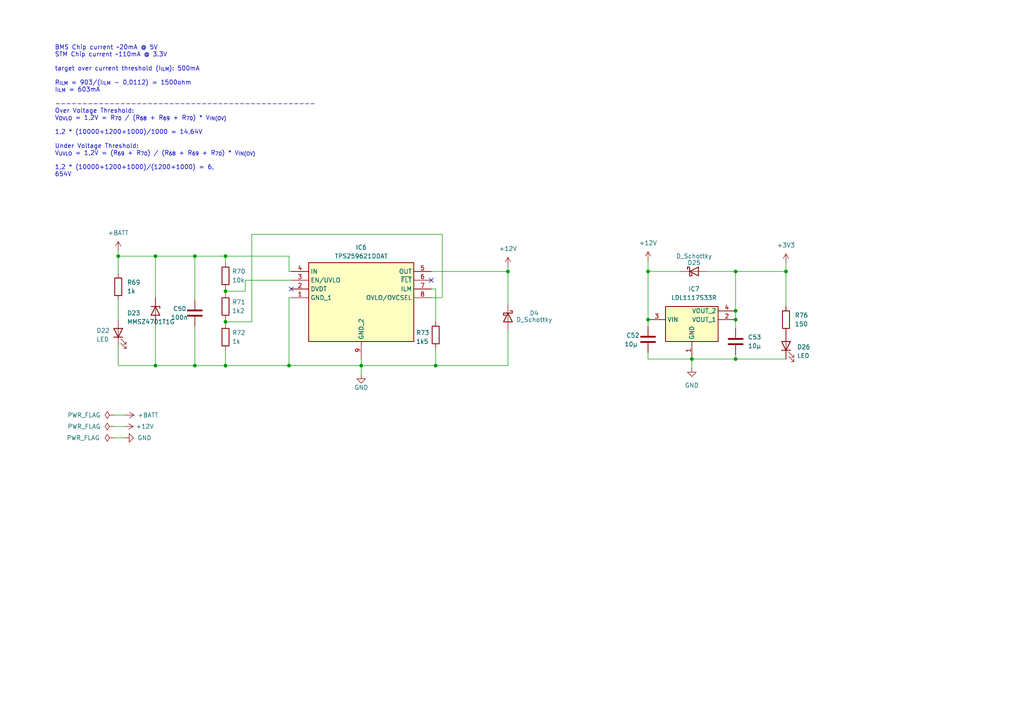
<source format=kicad_sch>
(kicad_sch (version 20231120) (generator "eeschema") (generator_version "8.0")
  (paper "A4")
  (lib_symbols
    (symbol "Device:C" (pin_numbers hide) (pin_names (offset 0.254))
      (property "Reference" "C" (at 0.635 2.54 0))
      (property "Value" "C" (at 0.635 -2.54 0))
      (symbol "C_0_1"
        (polyline (pts (xy -2.032 -0.762) (xy 2.032 -0.762)) (stroke (width 0.508)))
        (polyline (pts (xy -2.032 0.762) (xy 2.032 0.762)) (stroke (width 0.508)))
      )
      (symbol "C_1_1"
        (pin passive line (at 0 3.81 270) (length 2.794) (name "~") (number "1"))
        (pin passive line (at 0 -3.81 90) (length 2.794) (name "~") (number "2"))
      )
    )
    (symbol "Device:D_Schottky" (pin_numbers hide) (pin_names (offset 1.016) hide)
      (property "Reference" "D" (at 0 2.54 0))
      (property "Value" "D_Schottky" (at 0 -2.54 0))
      (symbol "D_Schottky_0_1"
        (polyline (pts (xy 1.27 0) (xy -1.27 0)))
        (polyline (pts (xy 1.27 1.27) (xy 1.27 -1.27) (xy -1.27 0) (xy 1.27 1.27)) (stroke (width 0.254)))
        (polyline (pts (xy -1.905 0.635) (xy -1.905 1.27) (xy -1.27 1.27) (xy -1.27 -1.27) (xy -0.635 -1.27) (xy -0.635 -0.635)) (stroke (width 0.254)))
      )
      (symbol "D_Schottky_1_1"
        (pin passive line (at -3.81 0 0) (length 2.54) (name "K") (number "1"))
        (pin passive line (at 3.81 0 180) (length 2.54) (name "A") (number "2"))
      )
    )
    (symbol "Device:D_Zener" (pin_numbers hide) (pin_names (offset 1.016) hide)
      (property "Reference" "D" (at 0 2.54 0))
      (property "Value" "D_Zener" (at 0 -2.54 0))
      (symbol "D_Zener_0_1"
        (polyline (pts (xy 1.27 0) (xy -1.27 0)))
        (polyline (pts (xy -1.27 -1.27) (xy -1.27 1.27) (xy -0.762 1.27)) (stroke (width 0.254)))
        (polyline (pts (xy 1.27 -1.27) (xy 1.27 1.27) (xy -1.27 0) (xy 1.27 -1.27)) (stroke (width 0.254)))
      )
      (symbol "D_Zener_1_1"
        (pin passive line (at -3.81 0 0) (length 2.54) (name "K") (number "1"))
        (pin passive line (at 3.81 0 180) (length 2.54) (name "A") (number "2"))
      )
    )
    (symbol "Device:R" (pin_numbers hide) (pin_names (offset 0))
      (property "Reference" "R" (at 2.032 0 90))
      (property "Value" "R" (at 0 0 90))
      (symbol "R_0_1"
        (rectangle (start -1.016 -2.54) (end 1.016 2.54) (stroke (width 0.254)))
      )
      (symbol "R_1_1"
        (pin passive line (at 0 3.81 270) (length 1.27) (name "~") (number "1"))
        (pin passive line (at 0 -3.81 90) (length 1.27) (name "~") (number "2"))
      )
    )
    (symbol "FaSTTUBe_LEDs:0603_red" (pin_numbers hide) (pin_names (offset 1.016) hide)
      (property "Reference" "D" (at 0 2.54 0))
      (property "Value" "0603_red" (at 0 -3.81 0))
      (symbol "0603_red_0_1"
        (polyline (pts (xy -1.27 -1.27) (xy -1.27 1.27)) (stroke (width 0.254)))
        (polyline (pts (xy -1.27 0) (xy 1.27 0)))
        (polyline (pts (xy 1.27 -1.27) (xy 1.27 1.27) (xy -1.27 0) (xy 1.27 -1.27)) (stroke (width 0.254)))
        (polyline (pts (xy -3.048 -0.762) (xy -4.572 -2.286) (xy -3.81 -2.286) (xy -4.572 -2.286) (xy -4.572 -1.524)))
        (polyline (pts (xy -1.778 -0.762) (xy -3.302 -2.286) (xy -2.54 -2.286) (xy -3.302 -2.286) (xy -3.302 -1.524)))
      )
      (symbol "0603_red_1_1"
        (pin passive line (at -3.81 0 0) (length 2.54) (name "K") (number "1"))
        (pin passive line (at 3.81 0 180) (length 2.54) (name "A") (number "2"))
      )
    )
    (symbol "LDO:LDL1117S33R"
      (property "Reference" "IC7" (at 13.335 7.62 0))
      (property "Value" "LDL1117S33R" (at 13.335 5.08 0))
      (symbol "LDL1117S33R_1_1"
        (rectangle (start 5.08 2.54) (end 20.32 -7.62) (stroke (width 0.254)) (fill (type background)))
        (pin power_in line (at 12.7 -12.7 90) (length 5.08) (name "GND") (number "1"))
        (pin power_out line (at 25.4 -1.27 180) (length 5.08) (name "VOUT_1") (number "2"))
        (pin input line (at 0 -1.27 0) (length 5.08) (name "VIN") (number "3"))
        (pin passive line (at 25.4 1.27 180) (length 5.08) (name "VOUT_2") (number "4"))
      )
    )
    (symbol "TPS259621DDAT:TPS259621DDAT"
      (property "Reference" "IC5" (at 20.32 6.985 0))
      (property "Value" "TPS259621DDAT" (at 20.32 4.445 0))
      (symbol "TPS259621DDAT_1_1"
        (rectangle (start 5.08 2.54) (end 35.56 -20.32) (stroke (width 0.254)) (fill (type background)))
        (pin passive line (at 0 -7.62 0) (length 5.08) (name "GND_1") (number "1"))
        (pin passive line (at 0 -5.08 0) (length 5.08) (name "DVDT") (number "2"))
        (pin passive line (at 0 -2.54 0) (length 5.08) (name "EN/UVLO") (number "3"))
        (pin passive line (at 0 0 0) (length 5.08) (name "IN") (number "4"))
        (pin passive line (at 40.64 0 180) (length 5.08) (name "OUT") (number "5"))
        (pin passive line (at 40.64 -2.54 180) (length 5.08) (name "~{FLT}") (number "6"))
        (pin passive line (at 40.64 -5.08 180) (length 5.08) (name "ILM") (number "7"))
        (pin passive line (at 40.64 -7.62 180) (length 5.08) (name "OVLO/OVCSEL") (number "8"))
        (pin passive line (at 20.32 -25.4 90) (length 5.08) (name "GND_2") (number "9"))
      )
    )
    (symbol "power:+12V" (power) (pin_names (offset 0))
      (property "Value" "+12V" (at 0 3.556 0))
      (symbol "+12V_0_1"
        (polyline (pts (xy -0.762 1.27) (xy 0 2.54)))
        (polyline (pts (xy 0 0) (xy 0 2.54)))
        (polyline (pts (xy 0 2.54) (xy 0.762 1.27)))
      )
      (symbol "+12V_1_1"
        (pin power_in line (at 0 0 90) (length 0) hide (name "+12V") (number "1"))
      )
    )
    (symbol "power:+3V3" (power) (pin_names (offset 0))
      (property "Value" "+3V3" (at 0 3.556 0))
      (symbol "+3V3_0_1"
        (polyline (pts (xy -0.762 1.27) (xy 0 2.54)))
        (polyline (pts (xy 0 0) (xy 0 2.54)))
        (polyline (pts (xy 0 2.54) (xy 0.762 1.27)))
      )
      (symbol "+3V3_1_1"
        (pin power_in line (at 0 0 90) (length 0) hide (name "+3V3") (number "1"))
      )
    )
    (symbol "power:+BATT" (power) (pin_names (offset 0))
      (property "Value" "+BATT" (at 0 3.556 0))
      (symbol "+BATT_0_1"
        (polyline (pts (xy -0.762 1.27) (xy 0 2.54)))
        (polyline (pts (xy 0 0) (xy 0 2.54)))
        (polyline (pts (xy 0 2.54) (xy 0.762 1.27)))
      )
      (symbol "+BATT_1_1"
        (pin power_in line (at 0 0 90) (length 0) hide (name "+BATT") (number "1"))
      )
    )
    (symbol "power:GND" (power) (pin_names (offset 0))
      (property "Value" "GND" (at 0 -3.81 0))
      (symbol "GND_0_1"
        (polyline (pts (xy 0 0) (xy 0 -1.27) (xy 1.27 -1.27) (xy 0 -2.54) (xy -1.27 -1.27) (xy 0 -1.27)))
      )
      (symbol "GND_1_1"
        (pin power_in line (at 0 0 270) (length 0) hide (name "GND") (number "1"))
      )
    )
    (symbol "power:PWR_FLAG" (power) (pin_numbers hide) (pin_names (offset 0) hide)
      (property "Value" "PWR_FLAG" (at 0 3.81 0))
      (symbol "PWR_FLAG_0_0"
        (pin power_out line (at 0 0 90) (length 0) (name "pwr") (number "1"))
      )
      (symbol "PWR_FLAG_0_1"
        (polyline (pts (xy 0 0) (xy 0 1.27) (xy -1.016 1.905) (xy 0 2.54) (xy 1.016 1.905) (xy 0 1.27)))
      )
    )
  )
  (junction (at 187.96 78.74))
  (junction (at 147.32 78.74))
  (junction (at 65.405 74.295))
  (junction (at 65.405 93.345))
  (junction (at 34.29 74.295))
  (junction (at 65.405 84.455))
  (junction (at 227.965 78.74))
  (junction (at 65.405 106.045))
  (junction (at 213.36 104.14))
  (junction (at 213.36 78.74))
  (junction (at 126.365 106.045))
  (junction (at 56.515 74.295))
  (junction (at 104.775 106.045))
  (junction (at 213.36 90.17))
  (junction (at 56.515 106.045))
  (junction (at 187.96 92.71))
  (junction (at 45.085 106.045))
  (junction (at 83.82 106.045))
  (junction (at 213.36 92.71))
  (junction (at 200.66 104.14))
  (junction (at 45.085 74.295))
  (no_connect (at 84.455 83.82))
  (no_connect (at 125.095 81.28))
  (wire (pts (xy 104.775 108.585) (xy 104.775 106.045)))
  (wire (pts (xy 83.82 86.36) (xy 84.455 86.36)))
  (wire (pts (xy 65.405 106.045) (xy 65.405 106.68)))
  (wire (pts (xy 65.405 74.295) (xy 83.82 74.295)))
  (wire (pts (xy 65.405 106.045) (xy 83.82 106.045)))
  (wire (pts (xy 83.82 106.045) (xy 104.775 106.045)))
  (wire (pts (xy 45.085 74.295) (xy 56.515 74.295)))
  (wire (pts (xy 34.29 74.295) (xy 34.29 72.644)))
  (wire (pts (xy 213.36 92.71) (xy 213.36 95.25)))
  (wire (pts (xy 65.405 92.71) (xy 65.405 93.345)))
  (wire (pts (xy 73.025 67.945) (xy 128.27 67.945)))
  (wire (pts (xy 65.405 84.455) (xy 65.405 85.09)))
  (wire (pts (xy 213.36 104.14) (xy 227.965 104.14)))
  (wire (pts (xy 65.405 106.045) (xy 56.515 106.045)))
  (wire (pts (xy 71.12 81.28) (xy 71.12 84.455)))
  (wire (pts (xy 71.12 84.455) (xy 65.405 84.455)))
  (wire (pts (xy 187.96 102.235) (xy 187.96 104.14)))
  (wire (pts (xy 45.085 106.045) (xy 56.515 106.045)))
  (wire (pts (xy 187.96 104.14) (xy 200.66 104.14)))
  (wire (pts (xy 213.36 102.87) (xy 213.36 104.14)))
  (wire (pts (xy 65.405 101.6) (xy 65.405 106.045)))
  (wire (pts (xy 227.965 78.74) (xy 227.965 88.9)))
  (wire (pts (xy 65.405 76.2) (xy 65.405 74.295)))
  (wire (pts (xy 147.32 95.885) (xy 147.32 106.045)))
  (wire (pts (xy 147.32 77.216) (xy 147.32 78.74)))
  (wire (pts (xy 34.29 106.045) (xy 45.085 106.045)))
  (wire (pts (xy 200.66 104.14) (xy 200.66 106.68)))
  (wire (pts (xy 33.02 120.396) (xy 36.322 120.396)))
  (wire (pts (xy 213.36 90.17) (xy 213.36 92.71)))
  (wire (pts (xy 56.515 74.295) (xy 65.405 74.295)))
  (wire (pts (xy 213.36 78.74) (xy 227.965 78.74)))
  (wire (pts (xy 227.965 76.2) (xy 227.965 78.74)))
  (wire (pts (xy 187.96 92.71) (xy 187.96 94.615)))
  (wire (pts (xy 128.27 67.945) (xy 128.27 86.36)))
  (wire (pts (xy 147.32 78.74) (xy 147.32 88.265)))
  (wire (pts (xy 56.515 86.995) (xy 56.515 74.295)))
  (wire (pts (xy 33.02 123.698) (xy 36.068 123.698)))
  (wire (pts (xy 83.82 86.36) (xy 83.82 106.045)))
  (wire (pts (xy 56.515 94.615) (xy 56.515 106.045)))
  (wire (pts (xy 125.095 83.82) (xy 126.365 83.82)))
  (wire (pts (xy 126.365 100.965) (xy 126.365 106.045)))
  (wire (pts (xy 213.36 104.14) (xy 200.66 104.14)))
  (wire (pts (xy 65.405 83.82) (xy 65.405 84.455)))
  (wire (pts (xy 187.96 75.565) (xy 187.96 78.74)))
  (wire (pts (xy 126.365 106.045) (xy 147.32 106.045)))
  (wire (pts (xy 33.02 127) (xy 36.195 127)))
  (wire (pts (xy 65.405 93.345) (xy 65.405 93.98)))
  (wire (pts (xy 187.96 78.74) (xy 197.485 78.74)))
  (wire (pts (xy 34.29 79.375) (xy 34.29 74.295)))
  (wire (pts (xy 73.025 93.345) (xy 73.025 67.945)))
  (wire (pts (xy 45.085 93.98) (xy 45.085 106.045)))
  (wire (pts (xy 187.96 78.74) (xy 187.96 92.71)))
  (wire (pts (xy 34.29 74.295) (xy 45.085 74.295)))
  (wire (pts (xy 34.29 86.995) (xy 34.29 92.71)))
  (wire (pts (xy 45.085 86.36) (xy 45.085 74.295)))
  (wire (pts (xy 83.82 74.295) (xy 83.82 78.74)))
  (wire (pts (xy 84.455 81.28) (xy 71.12 81.28)))
  (wire (pts (xy 34.29 100.33) (xy 34.29 106.045)))
  (wire (pts (xy 213.36 78.74) (xy 213.36 90.17)))
  (wire (pts (xy 104.775 104.14) (xy 104.775 106.045)))
  (wire (pts (xy 126.365 83.82) (xy 126.365 93.345)))
  (wire (pts (xy 128.27 86.36) (xy 125.095 86.36)))
  (wire (pts (xy 65.405 93.345) (xy 73.025 93.345)))
  (wire (pts (xy 205.105 78.74) (xy 213.36 78.74)))
  (wire (pts (xy 125.095 78.74) (xy 147.32 78.74)))
  (wire (pts (xy 83.82 78.74) (xy 84.455 78.74)))
  (wire (pts (xy 104.775 106.045) (xy 126.365 106.045)))
  (text "BMS Chip current ~20mA @ 5V\nSTM Chip current ~110mA @ 3.3V\n\ntarget over current threshold (I_{ILM}): 500mA\n\nR_{ILM} = 903/(I_{ILM} - 0,0112) = 1500ohm\nI_{ILM} = 603mA\n\n------------------------------------------------\nOver Voltage Threshold:\nV_{OVLO} = 1,2V = R_{70} / (R_{68} + R_{69} + R_{70}) * V_{IN(OV)}\n\n1,2 * (10000+1200+1000)/1000 = 14,64V\n\nUnder Voltage Threshold:\nV_{UVLO} = 1,2V = (R_{69} + R_{70}) / (R_{68} + R_{69} + R_{70}) * V_{IN(OV)}\n\n1,2 * (10000+1200+1000)/(1200+1000) = 6,\n654V" (at 15.875 51.435 0) (effects (font (size 1.27 1.27)) (justify left bottom)))
  (symbol (lib_id "Device:D_Schottky") (at 147.32 92.075 270) (unit 1)
    (property "Reference" "D4" (at 154.94 90.805 90))
    (property "Value" "D_Schottky" (at 154.94 92.71 90))
    (property "Footprint" "Slave:SODFL1608X59N" (effects (hide yes)))
  )
  (symbol (lib_id "Device:R") (at 65.405 80.01 0) (unit 1)
    (property "Reference" "R70" (at 67.31 78.74 0) (effects (justify left)))
    (property "Value" "10k" (at 67.31 81.28 0) (effects (justify left)))
    (property "Footprint" "Resistor_SMD:R_0603_1608Metric" (effects (hide yes)))
  )
  (symbol (lib_id "power:+3V3") (at 227.965 76.2 0) (unit 1)
    (property "Reference" "#PWR061" (effects (hide yes)))
    (property "Value" "+3V3" (at 227.965 71.12 0))
  )
  (symbol (lib_id "power:+12V") (at 187.96 75.565 0) (unit 1)
    (property "Reference" "#PWR059" (effects (hide yes)))
    (property "Value" "+12V" (at 187.96 70.485 0))
  )
  (symbol (lib_id "power:+12V") (at 36.068 123.698 270) (unit 1)
    (property "Reference" "#PWR079" (effects (hide yes)))
    (property "Value" "+12V" (at 39.37 123.698 90) (effects (justify left)))
  )
  (symbol (lib_id "power:GND") (at 36.195 127 90) (unit 1)
    (property "Reference" "#PWR016" (effects (hide yes)))
    (property "Value" "GND" (at 41.91 127 90))
  )
  (symbol (lib_id "power:+BATT") (at 36.322 120.396 270) (unit 1)
    (property "Reference" "#PWR018" (effects (hide yes)))
    (property "Value" "+BATT" (at 39.878 120.396 90) (effects (justify left)))
  )
  (symbol (lib_id "LDO:LDL1117S33R") (at 187.96 91.44 0) (unit 1)
    (property "Reference" "IC7" (at 201.295 83.82 0))
    (property "Value" "LDL1117S33R" (at 201.295 86.36 0))
    (property "Footprint" "Package_TO_SOT_SMD:SOT-223" (effects (hide yes)))
    (property "Datasheet" "https://componentsearchengine.com/Datasheets/2/LDL1117S33R.pdf" (effects (hide yes)))
    (property "Height" "1.8" (effects (hide yes)))
    (property "Mouser Part Number" "511-LDL1117S33R" (effects (hide yes)))
    (property "Mouser Price/Stock" "https://www.mouser.co.uk/ProductDetail/STMicroelectronics/LDL1117S33R?qs=AQlKX63v8Rt9Bf6AWSrbFg%3D%3D" (effects (hide yes)))
    (property "Manufacturer_Name" "STMicroelectronics" (effects (hide yes)))
    (property "Manufacturer_Part_Number" "LDL1117S33R" (effects (hide yes)))
  )
  (symbol (lib_id "power:+BATT") (at 34.29 72.644 0) (unit 1)
    (property "Reference" "#PWR055" (effects (hide yes)))
    (property "Value" "+BATT" (at 34.29 67.564 0))
  )
  (symbol (lib_id "FaSTTUBe_LEDs:0603_red") (at 227.965 100.33 90) (unit 1)
    (property "Reference" "D26" (at 231.14 100.6475 90) (effects (justify right)))
    (property "Value" "LED" (at 231.14 103.1875 90) (effects (justify right)))
    (property "Footprint" "LED_SMD:LED_0603_1608Metric" (effects (hide yes)))
  )
  (symbol (lib_id "Device:D_Zener") (at 45.085 90.17 270) (unit 1)
    (property "Reference" "D23" (at 36.83 90.805 90) (effects (justify left)))
    (property "Value" "MMSZ4701T1G" (at 36.83 93.345 90) (effects (justify left)))
    (property "Footprint" "Diode_SMD:D_SOD-123" (effects (hide yes)))
  )
  (symbol (lib_id "Device:C") (at 56.515 90.805 0) (unit 1)
    (property "Reference" "C50" (at 50.165 89.535 0) (effects (justify left)))
    (property "Value" "100n" (at 49.53 92.075 0) (effects (justify left)))
    (property "Footprint" "Capacitor_SMD:C_0603_1608Metric" (effects (hide yes)))
  )
  (symbol (lib_id "Device:R") (at 65.405 97.79 0) (unit 1)
    (property "Reference" "R72" (at 67.31 96.52 0) (effects (justify left)))
    (property "Value" "1k" (at 67.31 99.06 0) (effects (justify left)))
    (property "Footprint" "Resistor_SMD:R_0603_1608Metric" (effects (hide yes)))
  )
  (symbol (lib_id "TPS259621DDAT:TPS259621DDAT") (at 84.455 78.74 0) (unit 1)
    (property "Reference" "IC6" (at 104.775 71.755 0))
    (property "Value" "TPS259621DDAT" (at 104.775 74.295 0))
    (property "Footprint" "Slave:SOIC127P600X170-9N" (effects (hide yes)))
    (property "Datasheet" "https://www.ti.com/lit/gpn/TPS2596" (effects (hide yes)))
    (property "Height" "1.7" (effects (hide yes)))
    (property "Mouser Part Number" "595-TPS259621DDAT" (effects (hide yes)))
    (property "Mouser Price/Stock" "https://www.mouser.co.uk/ProductDetail/Texas-Instruments/TPS259621DDAT?qs=XeJtXLiO41RIvFY51dY0JA%3D%3D" (effects (hide yes)))
    (property "Manufacturer_Name" "Texas Instruments" (effects (hide yes)))
    (property "Manufacturer_Part_Number" "TPS259621DDAT" (effects (hide yes)))
  )
  (symbol (lib_id "power:+12V") (at 147.32 77.216 0) (unit 1)
    (property "Reference" "#PWR057" (effects (hide yes)))
    (property "Value" "+12V" (at 147.32 72.136 0))
  )
  (symbol (lib_id "power:PWR_FLAG") (at 33.02 127 90) (unit 1)
    (property "Reference" "#FLG02" (effects (hide yes)))
    (property "Value" "PWR_FLAG" (at 24.13 127 90))
  )
  (symbol (lib_id "Device:R") (at 34.29 83.185 0) (unit 1)
    (property "Reference" "R69" (at 36.83 81.915 0) (effects (justify left)))
    (property "Value" "1k" (at 36.83 84.455 0) (effects (justify left)))
    (property "Footprint" "Resistor_SMD:R_0603_1608Metric" (effects (hide yes)))
  )
  (symbol (lib_id "power:GND") (at 200.66 106.68 0) (unit 1)
    (property "Reference" "#PWR060" (effects (hide yes)))
    (property "Value" "GND" (at 200.66 111.76 0))
  )
  (symbol (lib_id "Device:R") (at 65.405 88.9 0) (unit 1)
    (property "Reference" "R71" (at 67.31 87.63 0) (effects (justify left)))
    (property "Value" "1k2" (at 67.31 90.17 0) (effects (justify left)))
    (property "Footprint" "Resistor_SMD:R_0603_1608Metric" (effects (hide yes)))
  )
  (symbol (lib_id "Device:R") (at 227.965 92.71 0) (unit 1)
    (property "Reference" "R76" (at 230.505 91.44 0) (effects (justify left)))
    (property "Value" "150" (at 230.505 93.98 0) (effects (justify left)))
    (property "Footprint" "Resistor_SMD:R_0603_1608Metric" (effects (hide yes)))
  )
  (symbol (lib_id "power:PWR_FLAG") (at 33.02 123.698 90) (unit 1)
    (property "Reference" "#FLG08" (effects (hide yes)))
    (property "Value" "PWR_FLAG" (at 24.384 123.698 90))
  )
  (symbol (lib_id "power:GND") (at 104.775 108.585 0) (unit 1)
    (property "Reference" "#PWR056" (effects (hide yes)))
    (property "Value" "GND" (at 104.775 112.395 0))
  )
  (symbol (lib_id "Device:D_Schottky") (at 201.295 78.74 0) (unit 1)
    (property "Reference" "D25" (at 201.295 76.2 0))
    (property "Value" "D_Schottky" (at 201.295 74.295 0))
    (property "Footprint" "Slave:SODFL1608X59N" (effects (hide yes)))
  )
  (symbol (lib_id "FaSTTUBe_LEDs:0603_red") (at 34.29 96.52 90) (unit 1)
    (property "Reference" "D22" (at 27.94 95.885 90) (effects (justify right)))
    (property "Value" "LED" (at 27.94 98.425 90) (effects (justify right)))
    (property "Footprint" "LED_SMD:LED_0603_1608Metric" (effects (hide yes)))
  )
  (symbol (lib_id "Device:C") (at 213.36 99.06 0) (unit 1)
    (property "Reference" "C53" (at 216.916 97.79 0) (effects (justify left)))
    (property "Value" "10µ" (at 216.916 100.33 0) (effects (justify left)))
    (property "Footprint" "Capacitor_SMD:C_0805_2012Metric" (effects (hide yes)))
  )
  (symbol (lib_id "Device:C") (at 187.96 98.425 0) (unit 1)
    (property "Reference" "C52" (at 181.61 97.282 0) (effects (justify left)))
    (property "Value" "10µ" (at 181.102 99.822 0) (effects (justify left)))
    (property "Footprint" "Capacitor_SMD:C_0805_2012Metric" (effects (hide yes)))
  )
  (symbol (lib_id "Device:R") (at 126.365 97.155 0) (unit 1)
    (property "Reference" "R73" (at 120.65 96.52 0) (effects (justify left)))
    (property "Value" "1k5" (at 120.65 99.06 0) (effects (justify left)))
    (property "Footprint" "Resistor_SMD:R_0603_1608Metric" (effects (hide yes)))
  )
  (symbol (lib_id "power:PWR_FLAG") (at 33.02 120.396 90) (unit 1)
    (property "Reference" "#FLG04" (effects (hide yes)))
    (property "Value" "PWR_FLAG" (at 24.384 120.396 90))
  )
)
</source>
